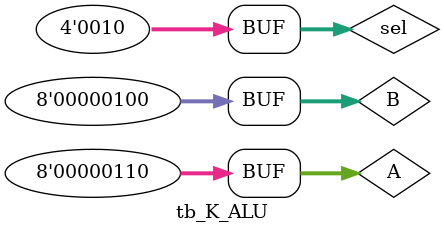
<source format=v>
`timescale 1ns / 1ps


module tb_K_ALU;
    wire [7:0] res;
    reg [7:0] A, B;
    reg [3:0] sel;
    K_ALU k_alu(res, A, B, sel);
    initial begin
        A <= 8'd6;
        B <= 8'd4;
        sel <= 4'b0010;
    end
endmodule

</source>
